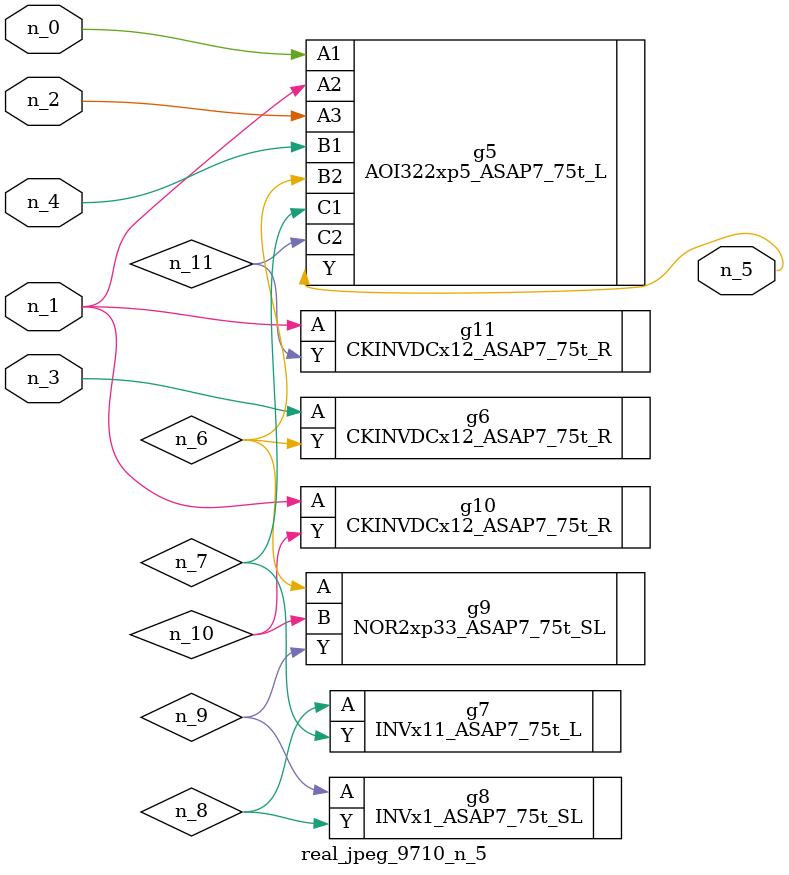
<source format=v>
module real_jpeg_9710_n_5 (n_4, n_0, n_1, n_2, n_3, n_5);

input n_4;
input n_0;
input n_1;
input n_2;
input n_3;

output n_5;

wire n_8;
wire n_11;
wire n_6;
wire n_7;
wire n_10;
wire n_9;

AOI322xp5_ASAP7_75t_L g5 ( 
.A1(n_0),
.A2(n_1),
.A3(n_2),
.B1(n_4),
.B2(n_6),
.C1(n_7),
.C2(n_11),
.Y(n_5)
);

CKINVDCx12_ASAP7_75t_R g10 ( 
.A(n_1),
.Y(n_10)
);

CKINVDCx12_ASAP7_75t_R g11 ( 
.A(n_1),
.Y(n_11)
);

CKINVDCx12_ASAP7_75t_R g6 ( 
.A(n_3),
.Y(n_6)
);

NOR2xp33_ASAP7_75t_SL g9 ( 
.A(n_6),
.B(n_10),
.Y(n_9)
);

INVx11_ASAP7_75t_L g7 ( 
.A(n_8),
.Y(n_7)
);

INVx1_ASAP7_75t_SL g8 ( 
.A(n_9),
.Y(n_8)
);


endmodule
</source>
